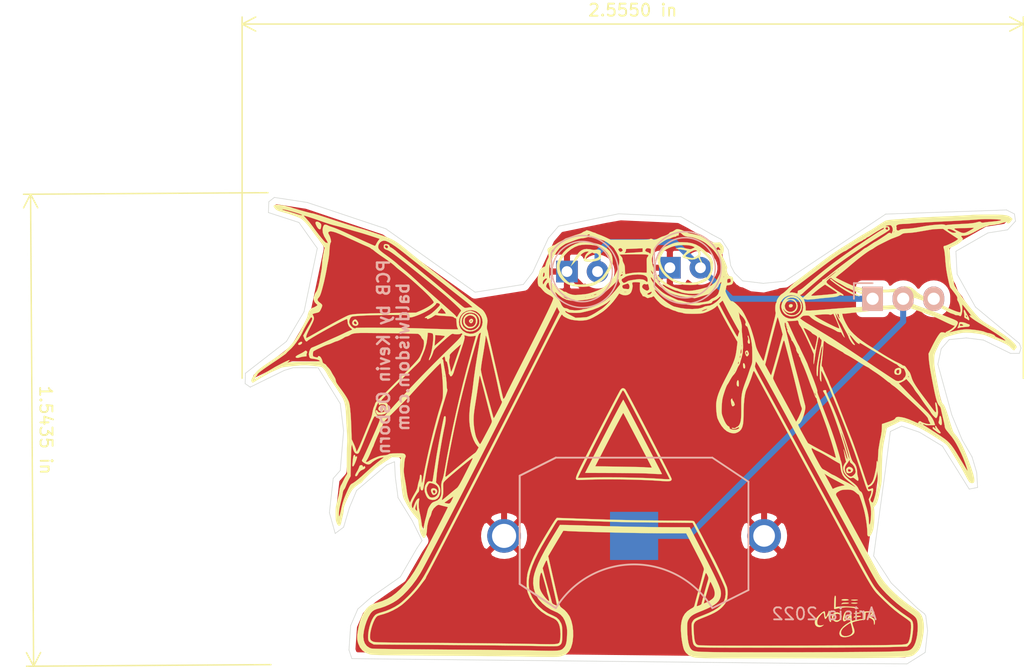
<source format=kicad_pcb>
(kicad_pcb (version 20171130) (host pcbnew "(5.1.8-0-10_14)")
  (layers (0 F.Cu signal) (31 B.Cu signal) (34 B.Paste user) (35 F.Paste user) (36 B.SilkS user) (37 F.SilkS user) (38 B.Mask user) (39 F.Mask user) (44 Edge.Cuts user))
  (net 0 "")
  (net 1 "Net-(BT1-Pad2)")
  (net 2 VCC)
  (net 3 GND)
  (module WingedA:WingedA_Logo (layer F.Cu) (at 115.2144 63.1444)
    (fp_text reference G1 hide)
    (fp_text value Logo hide)
  )
  (module WingedA:BK-913 (layer B.Cu) (at 115.2271 73.1393)
    (fp_text reference BT1 hide)
    (fp_text value Battery_Cell hide)
    (pad 2 smd rect (at 0 0) (size 4 4) (layers B.Cu B.Paste B.Mask) (net 1 "Net-(BT1-Pad2)"))
    (pad 1 thru_hole circle (at -10.8 0) (size 2.8 2.8) (drill 2) (layers *.Cu *.Mask) (net 2 VCC))
    (pad 1 thru_hole circle (at 10.8 0) (size 2.8 2.8) (drill 1.8) (layers *.Cu *.Mask) (net 2 VCC))
  )
  (module WingedA:LED_D5.0mm (layer B.Cu) (at 109.6518 51.181)
    (fp_text reference D1 hide)
    (fp_text value LED hide)
    (pad 2 thru_hole circle (at 2.54 0) (size 1.8 1.8) (drill 0.9) (layers *.Cu *.Mask) (net 3 GND))
    (pad 1 thru_hole rect (at 0 0) (size 1.8 1.8) (drill 0.9) (layers *.Cu *.Mask) (net 2 VCC))
  )
  (module WingedA:LED_D5.0mm (layer B.Cu) (at 118.1989 50.8635)
    (fp_text reference D2 hide)
    (fp_text value LED hide)
    (pad 1 thru_hole rect (at 0 0) (size 1.8 1.8) (drill 0.9) (layers *.Cu *.Mask) (net 2 VCC))
    (pad 2 thru_hole circle (at 2.54 0) (size 1.8 1.8) (drill 0.9) (layers *.Cu *.Mask) (net 3 GND))
  )
  (module WingedA:SM_SlideSW (layer B.Cu) (at 135.0391 53.4416 270)
    (fp_text reference SW1 hide)
    (fp_text value SW_SPDT hide)
    (pad 3 thru_hole oval (at 0 -5.08 270) (size 2.032 1.7272) (drill 1.016) (layers *.Cu *.Mask B.SilkS))
    (pad 2 thru_hole oval (at 0 -2.54 270) (size 2.032 1.7272) (drill 1.016) (layers *.Cu *.Mask B.SilkS) (net 1 "Net-(BT1-Pad2)"))
    (pad 1 thru_hole rect (at 0 0 270) (size 2.032 1.7272) (drill 1.016) (layers *.Cu *.Mask B.SilkS) (net 3 GND))
  )
  (dimension 39.205723 (width 0.12) (layer F.SilkS) (gr_text "39.206 mm" (at 63.948564 64.366234 270.3712017) (layer F.SilkS) (effects (font (size 1 1) (thickness 0.15)))) (feature1 (pts (xy 85.0646 83.8327) (xy 64.759128 83.964255))) (feature2 (pts (xy 84.8106 44.6278) (xy 64.505128 44.759355))) (crossbar (pts (xy 65.091537 44.755556) (xy 65.345537 83.960456))) (arrow1a (pts (xy 65.345537 83.960456) (xy 64.75183 82.837775))) (arrow1b (pts (xy 65.345537 83.960456) (xy 65.924647 82.830177))) (arrow2a (pts (xy 65.091537 44.755556) (xy 64.512427 45.885835))) (arrow2b (pts (xy 65.091537 44.755556) (xy 65.685244 45.878237))))
  (dimension 64.897 (width 0.12) (layer F.SilkS) (gr_text "64.897 mm" (at 115.1128 29.3497) (layer F.SilkS) (effects (font (size 1 1) (thickness 0.15)))) (feature1 (pts (xy 147.5613 60.0456) (xy 147.5613 30.033279))) (feature2 (pts (xy 82.6643 60.0456) (xy 82.6643 30.033279))) (crossbar (pts (xy 82.6643 30.6197) (xy 147.5613 30.6197))) (arrow1a (pts (xy 147.5613 30.6197) (xy 146.434796 31.206121))) (arrow1b (pts (xy 147.5613 30.6197) (xy 146.434796 30.033279))) (arrow2a (pts (xy 82.6643 30.6197) (xy 83.790804 31.206121))) (arrow2b (pts (xy 82.6643 30.6197) (xy 83.790804 30.033279))))
  (gr_text "Arisia 2022" (at 131.0259 79.6163) (layer B.SilkS) (effects (font (size 1 1)) (justify mirror)))
  (gr_text "PCB by Kevin Osborn\nbaldwisdom.com" (at 95.2246 58.2676 90) (layer B.SilkS) (effects (font (size 1 1) (thickness 0.2)) (justify mirror)))
  (gr_line (start 146.1643 46.0629) (end 146.8247 46.3931) (layer Edge.Cuts) (width 0.05))
  (gr_line (start 123.571 51.2953) (end 124.2441 51.9557) (layer Edge.Cuts) (width 0.05))
  (gr_line (start 123.2535 50.6857) (end 123.571 51.2953) (layer Edge.Cuts) (width 0.05))
  (gr_line (start 123.0503 49.3776) (end 123.2535 50.6857) (layer Edge.Cuts) (width 0.05))
  (gr_line (start 122.4915 48.5267) (end 123.0503 49.3776) (layer Edge.Cuts) (width 0.05))
  (gr_line (start 121.7041 48.1076) (end 122.4915 48.5267) (layer Edge.Cuts) (width 0.05))
  (gr_line (start 124.2441 51.9557) (end 125.9586 52.1589) (layer Edge.Cuts) (width 0.05))
  (gr_line (start 119.1133 46.6217) (end 121.7041 48.1076) (layer Edge.Cuts) (width 0.05))
  (gr_line (start 113.9444 46.3804) (end 119.1133 46.6217) (layer Edge.Cuts) (width 0.05))
  (gr_line (start 108.9533 47.4091) (end 113.9444 46.3804) (layer Edge.Cuts) (width 0.05))
  (gr_line (start 108.1151 48.387) (end 108.9533 47.4091) (layer Edge.Cuts) (width 0.05))
  (gr_line (start 106.807 51.2318) (end 108.1151 48.387) (layer Edge.Cuts) (width 0.05))
  (gr_line (start 106.0323 52.2478) (end 106.807 51.2318) (layer Edge.Cuts) (width 0.05))
  (gr_line (start 102.0191 52.8955) (end 106.0323 52.2478) (layer Edge.Cuts) (width 0.05))
  (gr_line (start 94.6023 47.625) (end 102.0191 52.8955) (layer Edge.Cuts) (width 0.05))
  (gr_line (start 88.0745 45.4406) (end 94.6023 47.625) (layer Edge.Cuts) (width 0.05))
  (gr_line (start 85.344 45.0215) (end 88.0745 45.4406) (layer Edge.Cuts) (width 0.05))
  (gr_line (start 84.8868 45.3771) (end 85.344 45.0215) (layer Edge.Cuts) (width 0.05))
  (gr_line (start 84.8487 46.2788) (end 84.8868 45.3771) (layer Edge.Cuts) (width 0.05))
  (gr_line (start 87.3887 47.1043) (end 84.8487 46.2788) (layer Edge.Cuts) (width 0.05))
  (gr_line (start 88.9127 49.2506) (end 87.3887 47.1043) (layer Edge.Cuts) (width 0.05))
  (gr_line (start 87.8078 54.5211) (end 88.9127 49.2506) (layer Edge.Cuts) (width 0.05))
  (gr_line (start 86.3473 56.9849) (end 87.8078 54.5211) (layer Edge.Cuts) (width 0.05))
  (gr_line (start 82.9437 59.6265) (end 86.3473 56.9849) (layer Edge.Cuts) (width 0.05))
  (gr_line (start 82.9183 60.4901) (end 82.9437 59.6265) (layer Edge.Cuts) (width 0.05))
  (gr_line (start 83.3374 60.7822) (end 82.9183 60.4901) (layer Edge.Cuts) (width 0.05))
  (gr_line (start 86.1822 59.3852) (end 83.3374 60.7822) (layer Edge.Cuts) (width 0.05))
  (gr_line (start 86.9061 59.1693) (end 86.1822 59.3852) (layer Edge.Cuts) (width 0.05))
  (gr_line (start 88.9762 59.1693) (end 86.9061 59.1693) (layer Edge.Cuts) (width 0.05))
  (gr_line (start 90.8177 62.1538) (end 88.9762 59.1693) (layer Edge.Cuts) (width 0.05))
  (gr_line (start 91.0971 64.4144) (end 90.8177 62.1538) (layer Edge.Cuts) (width 0.05))
  (gr_line (start 90.8177 67.7037) (end 91.0971 64.4144) (layer Edge.Cuts) (width 0.05))
  (gr_line (start 90.2335 68.3641) (end 90.8177 67.7037) (layer Edge.Cuts) (width 0.05))
  (gr_line (start 89.916 71.2089) (end 90.2335 68.3641) (layer Edge.Cuts) (width 0.05))
  (gr_line (start 90.3986 72.9361) (end 89.916 71.2089) (layer Edge.Cuts) (width 0.05))
  (gr_line (start 91.0971 72.4154) (end 90.3986 72.9361) (layer Edge.Cuts) (width 0.05))
  (gr_line (start 91.5797 70.7898) (end 91.0971 72.4154) (layer Edge.Cuts) (width 0.05))
  (gr_line (start 92.1766 69.3674) (end 91.5797 70.7898) (layer Edge.Cuts) (width 0.05))
  (gr_line (start 94.6658 67.2465) (end 92.1766 69.3674) (layer Edge.Cuts) (width 0.05))
  (gr_line (start 95.3262 66.9798) (end 94.6658 67.2465) (layer Edge.Cuts) (width 0.05))
  (gr_line (start 95.3897 68.2244) (end 95.3262 66.9798) (layer Edge.Cuts) (width 0.05))
  (gr_line (start 95.6183 69.9643) (end 95.3897 68.2244) (layer Edge.Cuts) (width 0.05))
  (gr_line (start 96.7994 71.882) (end 95.6183 69.9643) (layer Edge.Cuts) (width 0.05))
  (gr_line (start 97.6122 73.533) (end 96.7994 71.882) (layer Edge.Cuts) (width 0.05))
  (gr_line (start 97.1931 74.1553) (end 97.6122 73.533) (layer Edge.Cuts) (width 0.05))
  (gr_line (start 95.8088 76.5429) (end 97.1931 74.1553) (layer Edge.Cuts) (width 0.05))
  (gr_line (start 93.4212 78.2066) (end 95.8088 76.5429) (layer Edge.Cuts) (width 0.05))
  (gr_line (start 92.2782 79.2099) (end 93.4212 78.2066) (layer Edge.Cuts) (width 0.05))
  (gr_line (start 91.6813 80.5942) (end 92.2782 79.2099) (layer Edge.Cuts) (width 0.05))
  (gr_line (start 91.5416 82.6135) (end 91.6813 80.5942) (layer Edge.Cuts) (width 0.05))
  (gr_line (start 91.7829 83.3374) (end 91.5416 82.6135) (layer Edge.Cuts) (width 0.05))
  (gr_line (start 128.0922 83.7184) (end 91.7829 83.3374) (layer Edge.Cuts) (width 0.05))
  (gr_line (start 137.8966 83.7692) (end 128.0922 83.7184) (layer Edge.Cuts) (width 0.05))
  (gr_line (start 138.9761 83.0961) (end 137.8966 83.7692) (layer Edge.Cuts) (width 0.05))
  (gr_line (start 139.4079 82.8167) (end 138.9761 83.0961) (layer Edge.Cuts) (width 0.05))
  (gr_line (start 139.6111 81.0133) (end 139.4079 82.8167) (layer Edge.Cuts) (width 0.05))
  (gr_line (start 139.4587 79.7941) (end 139.6111 81.0133) (layer Edge.Cuts) (width 0.05))
  (gr_line (start 139.3571 79.6163) (end 139.4587 79.7941) (layer Edge.Cuts) (width 0.05))
  (gr_line (start 138.7729 79.1591) (end 139.3571 79.6163) (layer Edge.Cuts) (width 0.05))
  (gr_line (start 136.5885 77.0509) (end 138.7729 79.1591) (layer Edge.Cuts) (width 0.05))
  (gr_line (start 135.128 74.803) (end 136.5885 77.0509) (layer Edge.Cuts) (width 0.05))
  (gr_line (start 136.0932 67.7545) (end 135.128 74.803) (layer Edge.Cuts) (width 0.05))
  (gr_line (start 136.5123 64.4652) (end 136.0932 67.7545) (layer Edge.Cuts) (width 0.05))
  (gr_line (start 137.4521 64.0207) (end 136.5123 64.4652) (layer Edge.Cuts) (width 0.05))
  (gr_line (start 138.938 64.5287) (end 137.4521 64.0207) (layer Edge.Cuts) (width 0.05))
  (gr_line (start 140.843 65.6844) (end 138.938 64.5287) (layer Edge.Cuts) (width 0.05))
  (gr_line (start 143.0655 69.2531) (end 140.843 65.6844) (layer Edge.Cuts) (width 0.05))
  (gr_line (start 143.764 69.1134) (end 143.0655 69.2531) (layer Edge.Cuts) (width 0.05))
  (gr_line (start 143.6878 67.8688) (end 143.764 69.1134) (layer Edge.Cuts) (width 0.05))
  (gr_line (start 143.3068 66.5861) (end 143.6878 67.8688) (layer Edge.Cuts) (width 0.05))
  (gr_line (start 142.4813 65.1637) (end 143.3068 66.5861) (layer Edge.Cuts) (width 0.05))
  (gr_line (start 141.6177 63.0809) (end 142.4813 65.1637) (layer Edge.Cuts) (width 0.05))
  (gr_line (start 140.462 58.8772) (end 141.6177 63.0809) (layer Edge.Cuts) (width 0.05))
  (gr_line (start 140.7414 57.5945) (end 140.462 58.8772) (layer Edge.Cuts) (width 0.05))
  (gr_line (start 141.4018 56.8325) (end 140.7414 57.5945) (layer Edge.Cuts) (width 0.05))
  (gr_line (start 142.8242 56.6928) (end 141.4018 56.8325) (layer Edge.Cuts) (width 0.05))
  (gr_line (start 144.2466 56.8706) (end 142.8242 56.6928) (layer Edge.Cuts) (width 0.05))
  (gr_line (start 146.4945 57.9755) (end 144.2466 56.8706) (layer Edge.Cuts) (width 0.05))
  (gr_line (start 147.2311 57.9755) (end 146.4945 57.9755) (layer Edge.Cuts) (width 0.05))
  (gr_line (start 147.3708 57.531) (end 147.2311 57.9755) (layer Edge.Cuts) (width 0.05))
  (gr_line (start 147.2311 57.15) (end 147.3708 57.531) (layer Edge.Cuts) (width 0.05))
  (gr_line (start 143.5862 54.1274) (end 147.2311 57.15) (layer Edge.Cuts) (width 0.05))
  (gr_line (start 142.0622 51.3969) (end 143.5862 54.1274) (layer Edge.Cuts) (width 0.05))
  (gr_line (start 141.9606 49.4919) (end 142.0622 51.3969) (layer Edge.Cuts) (width 0.05))
  (gr_line (start 144.6276 47.9679) (end 141.9606 49.4919) (layer Edge.Cuts) (width 0.05))
  (gr_line (start 146.2532 47.7139) (end 144.6276 47.9679) (layer Edge.Cuts) (width 0.05))
  (gr_line (start 146.9136 46.99) (end 146.2532 47.7139) (layer Edge.Cuts) (width 0.05))
  (gr_line (start 146.8247 46.3931) (end 146.9136 46.99) (layer Edge.Cuts) (width 0.05))
  (gr_line (start 136.1313 46.4058) (end 146.1643 46.0629) (layer Edge.Cuts) (width 0.05))
  (gr_line (start 127.7493 51.9811) (end 136.1313 46.4058) (layer Edge.Cuts) (width 0.05))
  (gr_line (start 125.9586 52.1589) (end 127.7493 51.9811) (layer Edge.Cuts) (width 0.05))
  (segment (start 137.5791 53.4416) (end 137.5791 55.3212) (width 0.5) (layer B.Cu) (net 1))
  (segment (start 119.761 73.1393) (end 115.2271 73.1393) (width 0.5) (layer B.Cu) (net 1))
  (segment (start 137.5791 55.3212) (end 119.761 73.1393) (width 0.5) (layer B.Cu) (net 1))
  (segment (start 104.4271 67.2515) (end 104.4271 73.1393) (width 0.5) (layer F.Cu) (net 2))
  (segment (start 109.6518 62.0268) (end 104.4271 67.2515) (width 0.5) (layer F.Cu) (net 2))
  (segment (start 118.1989 50.8635) (end 118.1989 60.7695) (width 0.5) (layer F.Cu) (net 2))
  (segment (start 126.0271 68.5977) (end 126.0271 73.1393) (width 0.5) (layer F.Cu) (net 2))
  (segment (start 118.1989 60.7695) (end 126.0271 68.5977) (width 0.5) (layer F.Cu) (net 2))
  (segment (start 109.6518 51.181) (end 109.6518 62.0268) (width 0.5) (layer F.Cu) (net 2))
  (segment (start 114.9223 54.1401) (end 118.1989 50.8635) (width 0.5) (layer F.Cu) (net 2))
  (segment (start 112.6109 54.1401) (end 114.9223 54.1401) (width 0.5) (layer F.Cu) (net 2))
  (segment (start 109.6518 51.181) (end 112.6109 54.1401) (width 0.5) (layer F.Cu) (net 2))
  (segment (start 112.1918 51.181) (end 112.1918 49.6316) (width 0.5) (layer B.Cu) (net 3))
  (segment (start 112.1918 49.6316) (end 113.0935 48.7299) (width 0.5) (layer B.Cu) (net 3))
  (segment (start 118.6053 48.7299) (end 120.7389 50.8635) (width 0.5) (layer B.Cu) (net 3))
  (segment (start 113.0935 48.7299) (end 118.6053 48.7299) (width 0.5) (layer B.Cu) (net 3))
  (segment (start 123.317 53.4416) (end 135.0391 53.4416) (width 0.5) (layer B.Cu) (net 3))
  (segment (start 120.7389 50.8635) (end 123.317 53.4416) (width 0.5) (layer B.Cu) (net 3))
  (zone (net 2) (net_name VCC) (layer F.Cu) (connect_pads (clearance 0.508)) (min_thickness 0.254) (fill yes (arc_segments 32) (thermal_gap 0.508) (thermal_bridge_width 0.508))
    (polygon (pts (xy 87.7189 45.8597) (xy 91.2876 46.8757) (xy 94.3991 47.9679) (xy 96.5073 49.3776) (xy 100.2157 52.0827) (xy 101.74605 53.3019) (xy 102.8954 53.1114) (xy 103.8987 52.9336) (xy 105.5243 52.8701) (xy 106.172 52.5145) (xy 106.6673 52.2351) (xy 106.9213 51.1683) (xy 108.1024 48.8696) (xy 109.1184 47.8028) (xy 114.2492 46.9011) (xy 115.1001 46.9519) (xy 118.6688 47.0281) (xy 120.904 48.2092) (xy 122.2629 48.9204) (xy 122.9487 50.4063) (xy 123.1011 51.4985) (xy 123.7361 52.2605) (xy 124.9426 52.8193) (xy 126.0094 52.9209) (xy 127.1905 52.6288) (xy 132.5245 49.0728) (xy 136.2329 46.6471) (xy 145.0975 46.355) (xy 146.3548 46.355) (xy 146.431 46.9519) (xy 145.8595 47.4853) (xy 143.2814 48.2854) (xy 141.5034 49.4538) (xy 141.7701 51.8414) (xy 142.1511 52.8574) (xy 144.3482 55.4736) (xy 146.9898 57.3659) (xy 147.0279 57.6707) (xy 146.7231 57.8612) (xy 144.4117 56.6928) (xy 141.6177 56.5023) (xy 140.7033 57.0611) (xy 140.3223 57.8612) (xy 140.208 58.5851) (xy 140.4366 60.5917) (xy 140.8938 62.0649) (xy 141.3891 63.5762) (xy 143.0909 66.802) (xy 143.3576 67.818) (xy 143.4338 68.9991) (xy 143.0909 69.0753) (xy 140.8557 65.6209) (xy 138.049 64.0715) (xy 137.3378 63.8429) (xy 136.1567 64.3001) (xy 135.9281 65.6971) (xy 134.7597 74.7903) (xy 135.4455 76.1492) (xy 137.033 78.1558) (xy 138.6205 79.4893) (xy 139.1158 80.0227) (xy 139.2682 81.8007) (xy 139.0015 82.7405) (xy 137.9474 83.3501) (xy 134.493 83.5406) (xy 91.6178 83.1215) (xy 91.9988 80.0989) (xy 93.3323 78.4606) (xy 95.2246 77.3684) (xy 97.1169 74.8665) (xy 97.6884 73.5838) (xy 95.758 69.7103) (xy 95.3389 66.8782) (xy 94.9579 66.6877) (xy 91.5924 69.342) (xy 91.0971 70.4723) (xy 90.4875 72.3646) (xy 90.297 72.0598) (xy 90.1446 70.5485) (xy 90.5637 68.2752) (xy 91.1352 67.183) (xy 91.0209 62.2173) (xy 89.1667 59.1439) (xy 86.36 59.0296) (xy 84.1629 60.0583) (xy 83.2104 60.5536) (xy 82.9564 60.2869) (xy 83.2104 59.5249) (xy 84.8868 58.2422) (xy 87.0077 56.3118) (xy 88.2142 53.3908) (xy 88.9762 49.2633) (xy 87.3506 46.99) (xy 84.9757 46.228) (xy 84.9249 45.7327) (xy 85.1027 45.4406)))
  )
)
</source>
